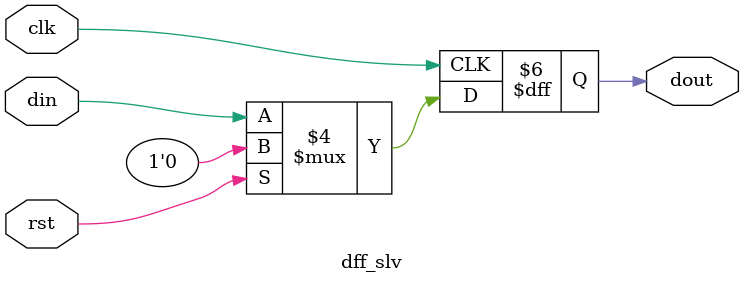
<source format=v>
module dff_slv(clk,rst,din,dout);
input clk,rst,din;
output reg dout;
	always@(posedge clk) begin
			if(rst==1) begin
				dout<=1'b0;
			end
			else begin
				dout<=din;
			end
	end
endmodule

</source>
